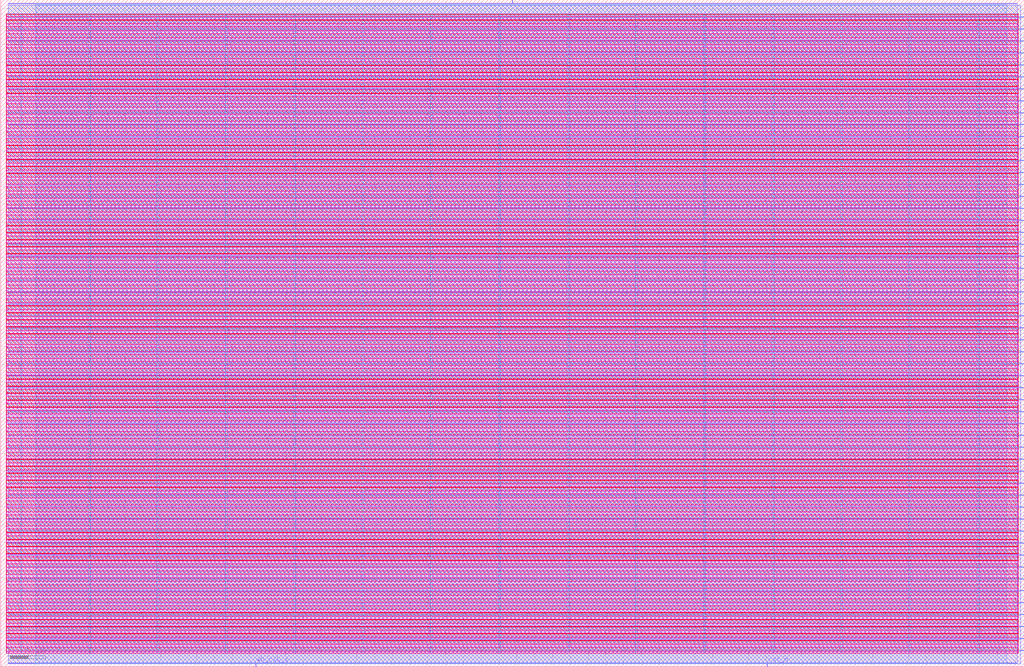
<source format=lef>
VERSION 5.7 ;
  NOWIREEXTENSIONATPIN ON ;
  DIVIDERCHAR "/" ;
  BUSBITCHARS "[]" ;
MACRO wrapped_sid
  CLASS BLOCK ;
  FOREIGN wrapped_sid ;
  ORIGIN 0.000 0.000 ;
  SIZE 1150.000 BY 750.000 ;
  PIN io_in[0]
    DIRECTION INPUT ;
    USE SIGNAL ;
    ANTENNAGATEAREA 1.102000 ;
    ANTENNADIFFAREA 0.410400 ;
    PORT
      LAYER Metal3 ;
        RECT 1146.000 17.920 1150.000 18.480 ;
    END
  END io_in[0]
  PIN io_in[10]
    DIRECTION INPUT ;
    USE SIGNAL ;
    ANTENNAGATEAREA 1.102000 ;
    ANTENNADIFFAREA 0.410400 ;
    PORT
      LAYER Metal3 ;
        RECT 1146.000 152.320 1150.000 152.880 ;
    END
  END io_in[10]
  PIN io_in[11]
    DIRECTION INPUT ;
    USE SIGNAL ;
    ANTENNAGATEAREA 1.102000 ;
    ANTENNADIFFAREA 0.410400 ;
    PORT
      LAYER Metal3 ;
        RECT 1146.000 165.760 1150.000 166.320 ;
    END
  END io_in[11]
  PIN io_in[12]
    DIRECTION INPUT ;
    USE SIGNAL ;
    ANTENNAGATEAREA 1.102000 ;
    ANTENNADIFFAREA 0.410400 ;
    PORT
      LAYER Metal3 ;
        RECT 1146.000 179.200 1150.000 179.760 ;
    END
  END io_in[12]
  PIN io_in[13]
    DIRECTION INPUT ;
    USE SIGNAL ;
    ANTENNAGATEAREA 2.204000 ;
    ANTENNADIFFAREA 0.410400 ;
    PORT
      LAYER Metal3 ;
        RECT 1146.000 192.640 1150.000 193.200 ;
    END
  END io_in[13]
  PIN io_in[14]
    DIRECTION INPUT ;
    USE SIGNAL ;
    ANTENNAGATEAREA 0.741000 ;
    ANTENNADIFFAREA 0.410400 ;
    PORT
      LAYER Metal3 ;
        RECT 1146.000 206.080 1150.000 206.640 ;
    END
  END io_in[14]
  PIN io_in[15]
    DIRECTION INPUT ;
    USE SIGNAL ;
    ANTENNAGATEAREA 0.741000 ;
    ANTENNADIFFAREA 0.410400 ;
    PORT
      LAYER Metal3 ;
        RECT 1146.000 219.520 1150.000 220.080 ;
    END
  END io_in[15]
  PIN io_in[16]
    DIRECTION INPUT ;
    USE SIGNAL ;
    ANTENNAGATEAREA 0.741000 ;
    ANTENNADIFFAREA 0.410400 ;
    PORT
      LAYER Metal3 ;
        RECT 1146.000 232.960 1150.000 233.520 ;
    END
  END io_in[16]
  PIN io_in[17]
    DIRECTION INPUT ;
    USE SIGNAL ;
    PORT
      LAYER Metal3 ;
        RECT 1146.000 246.400 1150.000 246.960 ;
    END
  END io_in[17]
  PIN io_in[18]
    DIRECTION INPUT ;
    USE SIGNAL ;
    PORT
      LAYER Metal3 ;
        RECT 1146.000 259.840 1150.000 260.400 ;
    END
  END io_in[18]
  PIN io_in[19]
    DIRECTION INPUT ;
    USE SIGNAL ;
    PORT
      LAYER Metal3 ;
        RECT 1146.000 273.280 1150.000 273.840 ;
    END
  END io_in[19]
  PIN io_in[1]
    DIRECTION INPUT ;
    USE SIGNAL ;
    ANTENNAGATEAREA 1.102000 ;
    ANTENNADIFFAREA 0.410400 ;
    PORT
      LAYER Metal3 ;
        RECT 1146.000 31.360 1150.000 31.920 ;
    END
  END io_in[1]
  PIN io_in[20]
    DIRECTION INPUT ;
    USE SIGNAL ;
    PORT
      LAYER Metal3 ;
        RECT 1146.000 286.720 1150.000 287.280 ;
    END
  END io_in[20]
  PIN io_in[21]
    DIRECTION INPUT ;
    USE SIGNAL ;
    PORT
      LAYER Metal3 ;
        RECT 1146.000 300.160 1150.000 300.720 ;
    END
  END io_in[21]
  PIN io_in[22]
    DIRECTION INPUT ;
    USE SIGNAL ;
    PORT
      LAYER Metal3 ;
        RECT 1146.000 313.600 1150.000 314.160 ;
    END
  END io_in[22]
  PIN io_in[23]
    DIRECTION INPUT ;
    USE SIGNAL ;
    PORT
      LAYER Metal3 ;
        RECT 1146.000 327.040 1150.000 327.600 ;
    END
  END io_in[23]
  PIN io_in[24]
    DIRECTION INPUT ;
    USE SIGNAL ;
    PORT
      LAYER Metal3 ;
        RECT 1146.000 340.480 1150.000 341.040 ;
    END
  END io_in[24]
  PIN io_in[25]
    DIRECTION INPUT ;
    USE SIGNAL ;
    PORT
      LAYER Metal3 ;
        RECT 1146.000 353.920 1150.000 354.480 ;
    END
  END io_in[25]
  PIN io_in[26]
    DIRECTION INPUT ;
    USE SIGNAL ;
    PORT
      LAYER Metal3 ;
        RECT 1146.000 367.360 1150.000 367.920 ;
    END
  END io_in[26]
  PIN io_in[27]
    DIRECTION INPUT ;
    USE SIGNAL ;
    PORT
      LAYER Metal3 ;
        RECT 1146.000 380.800 1150.000 381.360 ;
    END
  END io_in[27]
  PIN io_in[28]
    DIRECTION INPUT ;
    USE SIGNAL ;
    PORT
      LAYER Metal3 ;
        RECT 1146.000 394.240 1150.000 394.800 ;
    END
  END io_in[28]
  PIN io_in[29]
    DIRECTION INPUT ;
    USE SIGNAL ;
    PORT
      LAYER Metal3 ;
        RECT 1146.000 407.680 1150.000 408.240 ;
    END
  END io_in[29]
  PIN io_in[2]
    DIRECTION INPUT ;
    USE SIGNAL ;
    ANTENNAGATEAREA 1.102000 ;
    ANTENNADIFFAREA 0.410400 ;
    PORT
      LAYER Metal3 ;
        RECT 1146.000 44.800 1150.000 45.360 ;
    END
  END io_in[2]
  PIN io_in[30]
    DIRECTION INPUT ;
    USE SIGNAL ;
    PORT
      LAYER Metal3 ;
        RECT 1146.000 421.120 1150.000 421.680 ;
    END
  END io_in[30]
  PIN io_in[31]
    DIRECTION INPUT ;
    USE SIGNAL ;
    PORT
      LAYER Metal3 ;
        RECT 1146.000 434.560 1150.000 435.120 ;
    END
  END io_in[31]
  PIN io_in[32]
    DIRECTION INPUT ;
    USE SIGNAL ;
    PORT
      LAYER Metal3 ;
        RECT 1146.000 448.000 1150.000 448.560 ;
    END
  END io_in[32]
  PIN io_in[3]
    DIRECTION INPUT ;
    USE SIGNAL ;
    ANTENNAGATEAREA 1.102000 ;
    ANTENNADIFFAREA 0.410400 ;
    PORT
      LAYER Metal3 ;
        RECT 1146.000 58.240 1150.000 58.800 ;
    END
  END io_in[3]
  PIN io_in[4]
    DIRECTION INPUT ;
    USE SIGNAL ;
    ANTENNAGATEAREA 1.183000 ;
    ANTENNADIFFAREA 0.410400 ;
    PORT
      LAYER Metal3 ;
        RECT 1146.000 71.680 1150.000 72.240 ;
    END
  END io_in[4]
  PIN io_in[5]
    DIRECTION INPUT ;
    USE SIGNAL ;
    ANTENNAGATEAREA 1.183000 ;
    ANTENNADIFFAREA 0.410400 ;
    PORT
      LAYER Metal3 ;
        RECT 1146.000 85.120 1150.000 85.680 ;
    END
  END io_in[5]
  PIN io_in[6]
    DIRECTION INPUT ;
    USE SIGNAL ;
    ANTENNAGATEAREA 1.183000 ;
    ANTENNADIFFAREA 0.410400 ;
    PORT
      LAYER Metal3 ;
        RECT 1146.000 98.560 1150.000 99.120 ;
    END
  END io_in[6]
  PIN io_in[7]
    DIRECTION INPUT ;
    USE SIGNAL ;
    ANTENNAGATEAREA 1.183000 ;
    ANTENNADIFFAREA 0.410400 ;
    PORT
      LAYER Metal3 ;
        RECT 1146.000 112.000 1150.000 112.560 ;
    END
  END io_in[7]
  PIN io_in[8]
    DIRECTION INPUT ;
    USE SIGNAL ;
    ANTENNAGATEAREA 1.102000 ;
    ANTENNADIFFAREA 0.410400 ;
    PORT
      LAYER Metal3 ;
        RECT 1146.000 125.440 1150.000 126.000 ;
    END
  END io_in[8]
  PIN io_in[9]
    DIRECTION INPUT ;
    USE SIGNAL ;
    ANTENNAGATEAREA 1.102000 ;
    ANTENNADIFFAREA 0.410400 ;
    PORT
      LAYER Metal3 ;
        RECT 1146.000 138.880 1150.000 139.440 ;
    END
  END io_in[9]
  PIN io_oeb
    DIRECTION OUTPUT TRISTATE ;
    USE SIGNAL ;
    ANTENNADIFFAREA 4.731200 ;
    PORT
      LAYER Metal2 ;
        RECT 574.560 746.000 575.120 750.000 ;
    END
  END io_oeb
  PIN io_out[0]
    DIRECTION OUTPUT TRISTATE ;
    USE SIGNAL ;
    ANTENNADIFFAREA 4.731200 ;
    PORT
      LAYER Metal3 ;
        RECT 1146.000 461.440 1150.000 462.000 ;
    END
  END io_out[0]
  PIN io_out[10]
    DIRECTION OUTPUT TRISTATE ;
    USE SIGNAL ;
    ANTENNADIFFAREA 0.360800 ;
    PORT
      LAYER Metal3 ;
        RECT 1146.000 595.840 1150.000 596.400 ;
    END
  END io_out[10]
  PIN io_out[11]
    DIRECTION OUTPUT TRISTATE ;
    USE SIGNAL ;
    ANTENNADIFFAREA 0.360800 ;
    PORT
      LAYER Metal3 ;
        RECT 1146.000 609.280 1150.000 609.840 ;
    END
  END io_out[11]
  PIN io_out[12]
    DIRECTION OUTPUT TRISTATE ;
    USE SIGNAL ;
    ANTENNADIFFAREA 0.360800 ;
    PORT
      LAYER Metal3 ;
        RECT 1146.000 622.720 1150.000 623.280 ;
    END
  END io_out[12]
  PIN io_out[13]
    DIRECTION OUTPUT TRISTATE ;
    USE SIGNAL ;
    ANTENNADIFFAREA 0.360800 ;
    PORT
      LAYER Metal3 ;
        RECT 1146.000 636.160 1150.000 636.720 ;
    END
  END io_out[13]
  PIN io_out[14]
    DIRECTION OUTPUT TRISTATE ;
    USE SIGNAL ;
    ANTENNADIFFAREA 0.360800 ;
    PORT
      LAYER Metal3 ;
        RECT 1146.000 649.600 1150.000 650.160 ;
    END
  END io_out[14]
  PIN io_out[15]
    DIRECTION OUTPUT TRISTATE ;
    USE SIGNAL ;
    ANTENNADIFFAREA 0.360800 ;
    PORT
      LAYER Metal3 ;
        RECT 1146.000 663.040 1150.000 663.600 ;
    END
  END io_out[15]
  PIN io_out[16]
    DIRECTION OUTPUT TRISTATE ;
    USE SIGNAL ;
    ANTENNADIFFAREA 0.360800 ;
    PORT
      LAYER Metal3 ;
        RECT 1146.000 676.480 1150.000 677.040 ;
    END
  END io_out[16]
  PIN io_out[17]
    DIRECTION OUTPUT TRISTATE ;
    USE SIGNAL ;
    ANTENNADIFFAREA 4.731200 ;
    PORT
      LAYER Metal3 ;
        RECT 1146.000 689.920 1150.000 690.480 ;
    END
  END io_out[17]
  PIN io_out[18]
    DIRECTION OUTPUT TRISTATE ;
    USE SIGNAL ;
    ANTENNADIFFAREA 4.731200 ;
    PORT
      LAYER Metal3 ;
        RECT 1146.000 703.360 1150.000 703.920 ;
    END
  END io_out[18]
  PIN io_out[19]
    DIRECTION OUTPUT TRISTATE ;
    USE SIGNAL ;
    ANTENNADIFFAREA 4.731200 ;
    PORT
      LAYER Metal3 ;
        RECT 1146.000 716.800 1150.000 717.360 ;
    END
  END io_out[19]
  PIN io_out[1]
    DIRECTION OUTPUT TRISTATE ;
    USE SIGNAL ;
    ANTENNADIFFAREA 4.731200 ;
    PORT
      LAYER Metal3 ;
        RECT 1146.000 474.880 1150.000 475.440 ;
    END
  END io_out[1]
  PIN io_out[20]
    DIRECTION OUTPUT TRISTATE ;
    USE SIGNAL ;
    ANTENNADIFFAREA 4.731200 ;
    PORT
      LAYER Metal3 ;
        RECT 1146.000 730.240 1150.000 730.800 ;
    END
  END io_out[20]
  PIN io_out[2]
    DIRECTION OUTPUT TRISTATE ;
    USE SIGNAL ;
    ANTENNADIFFAREA 4.731200 ;
    PORT
      LAYER Metal3 ;
        RECT 1146.000 488.320 1150.000 488.880 ;
    END
  END io_out[2]
  PIN io_out[3]
    DIRECTION OUTPUT TRISTATE ;
    USE SIGNAL ;
    ANTENNADIFFAREA 4.731200 ;
    PORT
      LAYER Metal3 ;
        RECT 1146.000 501.760 1150.000 502.320 ;
    END
  END io_out[3]
  PIN io_out[4]
    DIRECTION OUTPUT TRISTATE ;
    USE SIGNAL ;
    ANTENNADIFFAREA 4.731200 ;
    PORT
      LAYER Metal3 ;
        RECT 1146.000 515.200 1150.000 515.760 ;
    END
  END io_out[4]
  PIN io_out[5]
    DIRECTION OUTPUT TRISTATE ;
    USE SIGNAL ;
    ANTENNADIFFAREA 4.731200 ;
    PORT
      LAYER Metal3 ;
        RECT 1146.000 528.640 1150.000 529.200 ;
    END
  END io_out[5]
  PIN io_out[6]
    DIRECTION OUTPUT TRISTATE ;
    USE SIGNAL ;
    ANTENNADIFFAREA 4.731200 ;
    PORT
      LAYER Metal3 ;
        RECT 1146.000 542.080 1150.000 542.640 ;
    END
  END io_out[6]
  PIN io_out[7]
    DIRECTION OUTPUT TRISTATE ;
    USE SIGNAL ;
    ANTENNADIFFAREA 4.731200 ;
    PORT
      LAYER Metal3 ;
        RECT 1146.000 555.520 1150.000 556.080 ;
    END
  END io_out[7]
  PIN io_out[8]
    DIRECTION OUTPUT TRISTATE ;
    USE SIGNAL ;
    ANTENNADIFFAREA 0.360800 ;
    PORT
      LAYER Metal3 ;
        RECT 1146.000 568.960 1150.000 569.520 ;
    END
  END io_out[8]
  PIN io_out[9]
    DIRECTION OUTPUT TRISTATE ;
    USE SIGNAL ;
    ANTENNADIFFAREA 0.360800 ;
    PORT
      LAYER Metal3 ;
        RECT 1146.000 582.400 1150.000 582.960 ;
    END
  END io_out[9]
  PIN rst_n
    DIRECTION INPUT ;
    USE SIGNAL ;
    ANTENNAGATEAREA 2.204000 ;
    ANTENNADIFFAREA 0.410400 ;
    PORT
      LAYER Metal2 ;
        RECT 861.280 0.000 861.840 4.000 ;
    END
  END rst_n
  PIN vdd
    DIRECTION INOUT ;
    USE POWER ;
    PORT
      LAYER Metal4 ;
        RECT 22.240 15.380 23.840 733.340 ;
    END
    PORT
      LAYER Metal4 ;
        RECT 175.840 15.380 177.440 733.340 ;
    END
    PORT
      LAYER Metal4 ;
        RECT 329.440 15.380 331.040 733.340 ;
    END
    PORT
      LAYER Metal4 ;
        RECT 483.040 15.380 484.640 733.340 ;
    END
    PORT
      LAYER Metal4 ;
        RECT 636.640 15.380 638.240 733.340 ;
    END
    PORT
      LAYER Metal4 ;
        RECT 790.240 15.380 791.840 733.340 ;
    END
    PORT
      LAYER Metal4 ;
        RECT 943.840 15.380 945.440 733.340 ;
    END
    PORT
      LAYER Metal4 ;
        RECT 1097.440 15.380 1099.040 733.340 ;
    END
  END vdd
  PIN vss
    DIRECTION INOUT ;
    USE GROUND ;
    PORT
      LAYER Metal4 ;
        RECT 99.040 15.380 100.640 733.340 ;
    END
    PORT
      LAYER Metal4 ;
        RECT 252.640 15.380 254.240 733.340 ;
    END
    PORT
      LAYER Metal4 ;
        RECT 406.240 15.380 407.840 733.340 ;
    END
    PORT
      LAYER Metal4 ;
        RECT 559.840 15.380 561.440 733.340 ;
    END
    PORT
      LAYER Metal4 ;
        RECT 713.440 15.380 715.040 733.340 ;
    END
    PORT
      LAYER Metal4 ;
        RECT 867.040 15.380 868.640 733.340 ;
    END
    PORT
      LAYER Metal4 ;
        RECT 1020.640 15.380 1022.240 733.340 ;
    END
  END vss
  PIN wb_clk_i
    DIRECTION INPUT ;
    USE SIGNAL ;
    ANTENNAGATEAREA 4.738000 ;
    ANTENNADIFFAREA 0.410400 ;
    PORT
      LAYER Metal2 ;
        RECT 286.720 0.000 287.280 4.000 ;
    END
  END wb_clk_i
  OBS
      LAYER Nwell ;
        RECT 6.290 730.880 1143.390 733.470 ;
      LAYER Pwell ;
        RECT 6.290 727.360 1143.390 730.880 ;
      LAYER Nwell ;
        RECT 6.290 727.235 99.550 727.360 ;
        RECT 6.290 723.165 1143.390 727.235 ;
        RECT 6.290 723.040 88.630 723.165 ;
      LAYER Pwell ;
        RECT 6.290 719.520 1143.390 723.040 ;
      LAYER Nwell ;
        RECT 6.290 719.395 151.630 719.520 ;
        RECT 6.290 715.325 1143.390 719.395 ;
        RECT 6.290 715.200 132.030 715.325 ;
      LAYER Pwell ;
        RECT 6.290 711.680 1143.390 715.200 ;
      LAYER Nwell ;
        RECT 6.290 711.555 62.585 711.680 ;
        RECT 6.290 707.485 1143.390 711.555 ;
        RECT 6.290 707.360 148.355 707.485 ;
      LAYER Pwell ;
        RECT 6.290 703.840 1143.390 707.360 ;
      LAYER Nwell ;
        RECT 6.290 703.715 57.830 703.840 ;
        RECT 6.290 699.645 1143.390 703.715 ;
        RECT 6.290 699.520 134.315 699.645 ;
      LAYER Pwell ;
        RECT 6.290 696.000 1143.390 699.520 ;
      LAYER Nwell ;
        RECT 6.290 695.875 69.870 696.000 ;
        RECT 6.290 691.805 1143.390 695.875 ;
        RECT 6.290 691.680 49.710 691.805 ;
      LAYER Pwell ;
        RECT 6.290 688.160 1143.390 691.680 ;
      LAYER Nwell ;
        RECT 6.290 688.035 283.790 688.160 ;
        RECT 6.290 683.965 1143.390 688.035 ;
        RECT 6.290 683.840 43.270 683.965 ;
      LAYER Pwell ;
        RECT 6.290 680.320 1143.390 683.840 ;
      LAYER Nwell ;
        RECT 6.290 680.195 126.990 680.320 ;
        RECT 6.290 676.125 1143.390 680.195 ;
        RECT 6.290 676.000 156.110 676.125 ;
      LAYER Pwell ;
        RECT 6.290 672.480 1143.390 676.000 ;
      LAYER Nwell ;
        RECT 6.290 672.355 48.590 672.480 ;
        RECT 6.290 668.285 1143.390 672.355 ;
        RECT 6.290 668.160 364.005 668.285 ;
      LAYER Pwell ;
        RECT 6.290 664.640 1143.390 668.160 ;
      LAYER Nwell ;
        RECT 6.290 664.515 205.435 664.640 ;
        RECT 6.290 660.445 1143.390 664.515 ;
        RECT 6.290 660.320 37.435 660.445 ;
      LAYER Pwell ;
        RECT 6.290 656.800 1143.390 660.320 ;
      LAYER Nwell ;
        RECT 6.290 656.675 48.635 656.800 ;
        RECT 6.290 652.605 1143.390 656.675 ;
        RECT 6.290 652.480 79.390 652.605 ;
      LAYER Pwell ;
        RECT 6.290 648.960 1143.390 652.480 ;
      LAYER Nwell ;
        RECT 6.290 648.835 60.910 648.960 ;
        RECT 6.290 644.765 1143.390 648.835 ;
        RECT 6.290 644.640 53.130 644.765 ;
      LAYER Pwell ;
        RECT 6.290 641.120 1143.390 644.640 ;
      LAYER Nwell ;
        RECT 6.290 640.995 48.590 641.120 ;
        RECT 6.290 636.925 1143.390 640.995 ;
        RECT 6.290 636.800 179.795 636.925 ;
      LAYER Pwell ;
        RECT 6.290 633.280 1143.390 636.800 ;
      LAYER Nwell ;
        RECT 6.290 633.155 62.310 633.280 ;
        RECT 6.290 629.085 1143.390 633.155 ;
        RECT 6.290 628.960 37.390 629.085 ;
      LAYER Pwell ;
        RECT 6.290 625.440 1143.390 628.960 ;
      LAYER Nwell ;
        RECT 6.290 625.315 56.430 625.440 ;
        RECT 6.290 621.245 1143.390 625.315 ;
        RECT 6.290 621.120 47.470 621.245 ;
      LAYER Pwell ;
        RECT 6.290 617.600 1143.390 621.120 ;
      LAYER Nwell ;
        RECT 6.290 617.475 182.710 617.600 ;
        RECT 6.290 613.405 1143.390 617.475 ;
        RECT 6.290 613.280 56.990 613.405 ;
      LAYER Pwell ;
        RECT 6.290 609.760 1143.390 613.280 ;
      LAYER Nwell ;
        RECT 6.290 609.635 40.810 609.760 ;
        RECT 6.290 605.565 1143.390 609.635 ;
        RECT 6.290 605.440 39.070 605.565 ;
      LAYER Pwell ;
        RECT 6.290 601.920 1143.390 605.440 ;
      LAYER Nwell ;
        RECT 6.290 601.795 87.790 601.920 ;
        RECT 6.290 597.725 1143.390 601.795 ;
        RECT 6.290 597.600 39.910 597.725 ;
      LAYER Pwell ;
        RECT 6.290 594.080 1143.390 597.600 ;
      LAYER Nwell ;
        RECT 6.290 593.955 50.875 594.080 ;
        RECT 6.290 589.885 1143.390 593.955 ;
        RECT 6.290 589.760 109.070 589.885 ;
      LAYER Pwell ;
        RECT 6.290 586.240 1143.390 589.760 ;
      LAYER Nwell ;
        RECT 6.290 586.115 77.150 586.240 ;
        RECT 6.290 582.045 1143.390 586.115 ;
        RECT 6.290 581.920 123.630 582.045 ;
      LAYER Pwell ;
        RECT 6.290 578.400 1143.390 581.920 ;
      LAYER Nwell ;
        RECT 6.290 578.275 92.875 578.400 ;
        RECT 6.290 574.205 1143.390 578.275 ;
        RECT 6.290 574.080 77.710 574.205 ;
      LAYER Pwell ;
        RECT 6.290 570.560 1143.390 574.080 ;
      LAYER Nwell ;
        RECT 6.290 570.435 69.590 570.560 ;
        RECT 6.290 566.365 1143.390 570.435 ;
        RECT 6.290 566.240 114.670 566.365 ;
      LAYER Pwell ;
        RECT 6.290 562.720 1143.390 566.240 ;
      LAYER Nwell ;
        RECT 6.290 562.595 41.030 562.720 ;
        RECT 6.290 558.525 1143.390 562.595 ;
        RECT 6.290 558.400 73.875 558.525 ;
      LAYER Pwell ;
        RECT 6.290 554.880 1143.390 558.400 ;
      LAYER Nwell ;
        RECT 6.290 554.755 49.760 554.880 ;
        RECT 6.290 550.685 1143.390 554.755 ;
        RECT 6.290 550.560 110.540 550.685 ;
      LAYER Pwell ;
        RECT 6.290 547.040 1143.390 550.560 ;
      LAYER Nwell ;
        RECT 6.290 546.915 219.110 547.040 ;
        RECT 6.290 542.845 1143.390 546.915 ;
        RECT 6.290 542.720 90.545 542.845 ;
      LAYER Pwell ;
        RECT 6.290 539.200 1143.390 542.720 ;
      LAYER Nwell ;
        RECT 6.290 539.075 32.305 539.200 ;
        RECT 6.290 535.005 1143.390 539.075 ;
        RECT 6.290 534.880 49.665 535.005 ;
      LAYER Pwell ;
        RECT 6.290 531.360 1143.390 534.880 ;
      LAYER Nwell ;
        RECT 6.290 531.235 17.185 531.360 ;
        RECT 6.290 527.165 1143.390 531.235 ;
        RECT 6.290 527.040 120.785 527.165 ;
      LAYER Pwell ;
        RECT 6.290 523.520 1143.390 527.040 ;
      LAYER Nwell ;
        RECT 6.290 523.395 12.705 523.520 ;
        RECT 6.290 519.325 1143.390 523.395 ;
        RECT 6.290 519.200 172.630 519.325 ;
      LAYER Pwell ;
        RECT 6.290 515.680 1143.390 519.200 ;
      LAYER Nwell ;
        RECT 6.290 515.555 13.825 515.680 ;
        RECT 6.290 511.485 1143.390 515.555 ;
        RECT 6.290 511.360 49.865 511.485 ;
      LAYER Pwell ;
        RECT 6.290 507.840 1143.390 511.360 ;
      LAYER Nwell ;
        RECT 6.290 507.715 50.305 507.840 ;
        RECT 6.290 503.645 1143.390 507.715 ;
        RECT 6.290 503.520 12.705 503.645 ;
      LAYER Pwell ;
        RECT 6.290 500.000 1143.390 503.520 ;
      LAYER Nwell ;
        RECT 6.290 499.875 36.830 500.000 ;
        RECT 6.290 495.805 1143.390 499.875 ;
        RECT 6.290 495.680 161.665 495.805 ;
      LAYER Pwell ;
        RECT 6.290 492.160 1143.390 495.680 ;
      LAYER Nwell ;
        RECT 6.290 492.035 102.700 492.160 ;
        RECT 6.290 487.965 1143.390 492.035 ;
        RECT 6.290 487.840 51.390 487.965 ;
      LAYER Pwell ;
        RECT 6.290 484.320 1143.390 487.840 ;
      LAYER Nwell ;
        RECT 6.290 484.195 48.635 484.320 ;
        RECT 6.290 480.125 1143.390 484.195 ;
        RECT 6.290 480.000 34.180 480.125 ;
      LAYER Pwell ;
        RECT 6.290 476.480 1143.390 480.000 ;
      LAYER Nwell ;
        RECT 6.290 476.355 12.705 476.480 ;
        RECT 6.290 472.285 1143.390 476.355 ;
        RECT 6.290 472.160 91.260 472.285 ;
      LAYER Pwell ;
        RECT 6.290 468.640 1143.390 472.160 ;
      LAYER Nwell ;
        RECT 6.290 468.515 101.900 468.640 ;
        RECT 6.290 464.445 1143.390 468.515 ;
        RECT 6.290 464.320 160.545 464.445 ;
      LAYER Pwell ;
        RECT 6.290 460.800 1143.390 464.320 ;
      LAYER Nwell ;
        RECT 6.290 460.675 12.705 460.800 ;
        RECT 6.290 456.605 1143.390 460.675 ;
        RECT 6.290 456.480 236.705 456.605 ;
      LAYER Pwell ;
        RECT 6.290 452.960 1143.390 456.480 ;
      LAYER Nwell ;
        RECT 6.290 452.835 138.705 452.960 ;
        RECT 6.290 448.765 1143.390 452.835 ;
        RECT 6.290 448.640 161.665 448.765 ;
      LAYER Pwell ;
        RECT 6.290 445.120 1143.390 448.640 ;
      LAYER Nwell ;
        RECT 6.290 444.995 230.545 445.120 ;
        RECT 6.290 440.925 1143.390 444.995 ;
        RECT 6.290 440.800 83.865 440.925 ;
      LAYER Pwell ;
        RECT 6.290 437.280 1143.390 440.800 ;
      LAYER Nwell ;
        RECT 6.290 437.155 12.705 437.280 ;
        RECT 6.290 433.085 1143.390 437.155 ;
        RECT 6.290 432.960 83.405 433.085 ;
      LAYER Pwell ;
        RECT 6.290 429.440 1143.390 432.960 ;
      LAYER Nwell ;
        RECT 6.290 429.315 13.825 429.440 ;
        RECT 6.290 425.245 1143.390 429.315 ;
        RECT 6.290 425.120 559.825 425.245 ;
      LAYER Pwell ;
        RECT 6.290 421.600 1143.390 425.120 ;
      LAYER Nwell ;
        RECT 6.290 421.475 99.830 421.600 ;
        RECT 6.290 417.405 1143.390 421.475 ;
        RECT 6.290 417.280 12.705 417.405 ;
      LAYER Pwell ;
        RECT 6.290 413.760 1143.390 417.280 ;
      LAYER Nwell ;
        RECT 6.290 413.635 87.835 413.760 ;
        RECT 6.290 409.565 1143.390 413.635 ;
        RECT 6.290 409.440 146.610 409.565 ;
      LAYER Pwell ;
        RECT 6.290 405.920 1143.390 409.440 ;
      LAYER Nwell ;
        RECT 6.290 405.795 89.505 405.920 ;
        RECT 6.290 401.725 1143.390 405.795 ;
        RECT 6.290 401.600 193.025 401.725 ;
      LAYER Pwell ;
        RECT 6.290 398.080 1143.390 401.600 ;
      LAYER Nwell ;
        RECT 6.290 397.955 96.360 398.080 ;
        RECT 6.290 393.885 1143.390 397.955 ;
        RECT 6.290 393.760 59.400 393.885 ;
      LAYER Pwell ;
        RECT 6.290 390.240 1143.390 393.760 ;
      LAYER Nwell ;
        RECT 6.290 390.115 73.745 390.240 ;
        RECT 6.290 386.045 1143.390 390.115 ;
        RECT 6.290 385.920 120.785 386.045 ;
      LAYER Pwell ;
        RECT 6.290 382.400 1143.390 385.920 ;
      LAYER Nwell ;
        RECT 6.290 382.275 101.275 382.400 ;
        RECT 6.290 378.205 1143.390 382.275 ;
        RECT 6.290 378.080 91.150 378.205 ;
      LAYER Pwell ;
        RECT 6.290 374.560 1143.390 378.080 ;
      LAYER Nwell ;
        RECT 6.290 374.435 62.030 374.560 ;
        RECT 6.290 370.365 1143.390 374.435 ;
        RECT 6.290 370.240 46.385 370.365 ;
      LAYER Pwell ;
        RECT 6.290 366.720 1143.390 370.240 ;
      LAYER Nwell ;
        RECT 6.290 366.595 16.715 366.720 ;
        RECT 6.290 362.525 1143.390 366.595 ;
        RECT 6.290 362.400 20.875 362.525 ;
      LAYER Pwell ;
        RECT 6.290 358.880 1143.390 362.400 ;
      LAYER Nwell ;
        RECT 6.290 358.755 97.590 358.880 ;
        RECT 6.290 354.685 1143.390 358.755 ;
        RECT 6.290 354.560 30.670 354.685 ;
      LAYER Pwell ;
        RECT 6.290 351.040 1143.390 354.560 ;
      LAYER Nwell ;
        RECT 6.290 350.915 49.710 351.040 ;
        RECT 6.290 346.845 1143.390 350.915 ;
        RECT 6.290 346.720 45.810 346.845 ;
      LAYER Pwell ;
        RECT 6.290 343.200 1143.390 346.720 ;
      LAYER Nwell ;
        RECT 6.290 343.075 68.470 343.200 ;
        RECT 6.290 339.005 1143.390 343.075 ;
        RECT 6.290 338.880 36.270 339.005 ;
      LAYER Pwell ;
        RECT 6.290 335.360 1143.390 338.880 ;
      LAYER Nwell ;
        RECT 6.290 335.235 16.715 335.360 ;
        RECT 6.290 331.165 1143.390 335.235 ;
        RECT 6.290 331.040 48.590 331.165 ;
      LAYER Pwell ;
        RECT 6.290 327.520 1143.390 331.040 ;
      LAYER Nwell ;
        RECT 6.290 327.395 13.030 327.520 ;
        RECT 6.290 323.325 1143.390 327.395 ;
        RECT 6.290 323.200 49.710 323.325 ;
      LAYER Pwell ;
        RECT 6.290 319.680 1143.390 323.200 ;
      LAYER Nwell ;
        RECT 6.290 319.555 69.590 319.680 ;
        RECT 6.290 315.485 1143.390 319.555 ;
        RECT 6.290 315.360 35.150 315.485 ;
      LAYER Pwell ;
        RECT 6.290 311.840 1143.390 315.360 ;
      LAYER Nwell ;
        RECT 6.290 311.715 25.070 311.840 ;
        RECT 6.290 307.645 1143.390 311.715 ;
        RECT 6.290 307.520 272.085 307.645 ;
      LAYER Pwell ;
        RECT 6.290 304.000 1143.390 307.520 ;
      LAYER Nwell ;
        RECT 6.290 303.875 87.835 304.000 ;
        RECT 6.290 299.805 1143.390 303.875 ;
        RECT 6.290 299.680 9.440 299.805 ;
      LAYER Pwell ;
        RECT 6.290 296.160 1143.390 299.680 ;
      LAYER Nwell ;
        RECT 6.290 296.035 133.795 296.160 ;
        RECT 6.290 291.965 1143.390 296.035 ;
        RECT 6.290 291.840 16.950 291.965 ;
      LAYER Pwell ;
        RECT 6.290 288.320 1143.390 291.840 ;
      LAYER Nwell ;
        RECT 6.290 288.195 89.580 288.320 ;
        RECT 6.290 284.125 1143.390 288.195 ;
        RECT 6.290 284.000 13.310 284.125 ;
      LAYER Pwell ;
        RECT 6.290 280.480 1143.390 284.000 ;
      LAYER Nwell ;
        RECT 6.290 280.355 100.780 280.480 ;
        RECT 6.290 276.285 1143.390 280.355 ;
        RECT 6.290 276.160 21.210 276.285 ;
      LAYER Pwell ;
        RECT 6.290 272.640 1143.390 276.160 ;
      LAYER Nwell ;
        RECT 6.290 272.515 79.390 272.640 ;
        RECT 6.290 268.445 1143.390 272.515 ;
        RECT 6.290 268.320 68.190 268.445 ;
      LAYER Pwell ;
        RECT 6.290 264.800 1143.390 268.320 ;
      LAYER Nwell ;
        RECT 6.290 264.675 91.260 264.800 ;
        RECT 6.290 260.605 1143.390 264.675 ;
        RECT 6.290 260.480 91.430 260.605 ;
      LAYER Pwell ;
        RECT 6.290 256.960 1143.390 260.480 ;
      LAYER Nwell ;
        RECT 6.290 256.835 140.385 256.960 ;
        RECT 6.290 252.765 1143.390 256.835 ;
        RECT 6.290 252.640 13.590 252.765 ;
      LAYER Pwell ;
        RECT 6.290 249.120 1143.390 252.640 ;
      LAYER Nwell ;
        RECT 6.290 248.995 17.835 249.120 ;
        RECT 6.290 244.925 1143.390 248.995 ;
        RECT 6.290 244.800 124.885 244.925 ;
      LAYER Pwell ;
        RECT 6.290 241.280 1143.390 244.800 ;
      LAYER Nwell ;
        RECT 6.290 241.155 50.305 241.280 ;
        RECT 6.290 237.085 1143.390 241.155 ;
        RECT 6.290 236.960 403.800 237.085 ;
      LAYER Pwell ;
        RECT 6.290 233.440 1143.390 236.960 ;
      LAYER Nwell ;
        RECT 6.290 233.315 31.275 233.440 ;
        RECT 6.290 229.245 1143.390 233.315 ;
        RECT 6.290 229.120 19.080 229.245 ;
      LAYER Pwell ;
        RECT 6.290 225.600 1143.390 229.120 ;
      LAYER Nwell ;
        RECT 6.290 225.475 33.425 225.600 ;
        RECT 6.290 221.405 1143.390 225.475 ;
        RECT 6.290 221.280 77.105 221.405 ;
      LAYER Pwell ;
        RECT 6.290 217.760 1143.390 221.280 ;
      LAYER Nwell ;
        RECT 6.290 217.635 17.960 217.760 ;
        RECT 6.290 213.565 1143.390 217.635 ;
        RECT 6.290 213.440 71.650 213.565 ;
      LAYER Pwell ;
        RECT 6.290 209.920 1143.390 213.440 ;
      LAYER Nwell ;
        RECT 6.290 209.795 53.735 209.920 ;
        RECT 6.290 205.725 1143.390 209.795 ;
        RECT 6.290 205.600 14.945 205.725 ;
      LAYER Pwell ;
        RECT 6.290 202.080 1143.390 205.600 ;
      LAYER Nwell ;
        RECT 6.290 201.955 23.345 202.080 ;
        RECT 6.290 197.885 1143.390 201.955 ;
        RECT 6.290 197.760 110.705 197.885 ;
      LAYER Pwell ;
        RECT 6.290 194.240 1143.390 197.760 ;
      LAYER Nwell ;
        RECT 6.290 194.115 12.705 194.240 ;
        RECT 6.290 190.045 1143.390 194.115 ;
        RECT 6.290 189.920 43.505 190.045 ;
      LAYER Pwell ;
        RECT 6.290 186.400 1143.390 189.920 ;
      LAYER Nwell ;
        RECT 6.290 186.275 12.705 186.400 ;
        RECT 6.290 182.205 1143.390 186.275 ;
        RECT 6.290 182.080 32.305 182.205 ;
      LAYER Pwell ;
        RECT 6.290 178.560 1143.390 182.080 ;
      LAYER Nwell ;
        RECT 6.290 178.435 34.545 178.560 ;
        RECT 6.290 174.365 1143.390 178.435 ;
        RECT 6.290 174.240 12.705 174.365 ;
      LAYER Pwell ;
        RECT 6.290 170.720 1143.390 174.240 ;
      LAYER Nwell ;
        RECT 6.290 170.595 65.560 170.720 ;
        RECT 6.290 166.525 1143.390 170.595 ;
        RECT 6.290 166.400 39.585 166.525 ;
      LAYER Pwell ;
        RECT 6.290 162.880 1143.390 166.400 ;
      LAYER Nwell ;
        RECT 6.290 162.755 12.705 162.880 ;
        RECT 6.290 158.685 1143.390 162.755 ;
        RECT 6.290 158.560 53.205 158.685 ;
      LAYER Pwell ;
        RECT 6.290 155.040 1143.390 158.560 ;
      LAYER Nwell ;
        RECT 6.290 154.915 33.425 155.040 ;
        RECT 6.290 150.845 1143.390 154.915 ;
        RECT 6.290 150.720 13.265 150.845 ;
      LAYER Pwell ;
        RECT 6.290 147.200 1143.390 150.720 ;
      LAYER Nwell ;
        RECT 6.290 147.075 61.985 147.200 ;
        RECT 6.290 143.005 1143.390 147.075 ;
        RECT 6.290 142.880 14.385 143.005 ;
      LAYER Pwell ;
        RECT 6.290 139.360 1143.390 142.880 ;
      LAYER Nwell ;
        RECT 6.290 139.235 56.580 139.360 ;
        RECT 6.290 135.165 1143.390 139.235 ;
        RECT 6.290 135.040 45.745 135.165 ;
      LAYER Pwell ;
        RECT 6.290 131.520 1143.390 135.040 ;
      LAYER Nwell ;
        RECT 6.290 131.395 28.385 131.520 ;
        RECT 6.290 127.325 1143.390 131.395 ;
        RECT 6.290 127.200 13.825 127.325 ;
      LAYER Pwell ;
        RECT 6.290 123.680 1143.390 127.200 ;
      LAYER Nwell ;
        RECT 6.290 123.555 34.695 123.680 ;
        RECT 6.290 119.485 1143.390 123.555 ;
        RECT 6.290 119.360 13.265 119.485 ;
      LAYER Pwell ;
        RECT 6.290 115.840 1143.390 119.360 ;
      LAYER Nwell ;
        RECT 6.290 115.715 32.865 115.840 ;
        RECT 6.290 111.645 1143.390 115.715 ;
        RECT 6.290 111.520 14.385 111.645 ;
      LAYER Pwell ;
        RECT 6.290 108.000 1143.390 111.520 ;
      LAYER Nwell ;
        RECT 6.290 107.875 110.705 108.000 ;
        RECT 6.290 103.805 1143.390 107.875 ;
        RECT 6.290 103.680 71.505 103.805 ;
      LAYER Pwell ;
        RECT 6.290 100.160 1143.390 103.680 ;
      LAYER Nwell ;
        RECT 6.290 100.035 13.265 100.160 ;
        RECT 6.290 95.965 1143.390 100.035 ;
        RECT 6.290 95.840 54.235 95.965 ;
      LAYER Pwell ;
        RECT 6.290 92.320 1143.390 95.840 ;
      LAYER Nwell ;
        RECT 6.290 92.195 73.745 92.320 ;
        RECT 6.290 88.125 1143.390 92.195 ;
        RECT 6.290 88.000 12.705 88.125 ;
      LAYER Pwell ;
        RECT 6.290 84.480 1143.390 88.000 ;
      LAYER Nwell ;
        RECT 6.290 84.355 26.145 84.480 ;
        RECT 6.290 80.285 1143.390 84.355 ;
        RECT 6.290 80.160 50.885 80.285 ;
      LAYER Pwell ;
        RECT 6.290 76.640 1143.390 80.160 ;
      LAYER Nwell ;
        RECT 6.290 76.515 26.705 76.640 ;
        RECT 6.290 72.445 1143.390 76.515 ;
        RECT 6.290 72.320 12.705 72.445 ;
      LAYER Pwell ;
        RECT 6.290 68.800 1143.390 72.320 ;
      LAYER Nwell ;
        RECT 6.290 68.675 178.565 68.800 ;
        RECT 6.290 64.605 1143.390 68.675 ;
        RECT 6.290 64.480 83.825 64.605 ;
      LAYER Pwell ;
        RECT 6.290 60.960 1143.390 64.480 ;
      LAYER Nwell ;
        RECT 6.290 60.835 20.545 60.960 ;
        RECT 6.290 56.765 1143.390 60.835 ;
        RECT 6.290 56.640 12.705 56.765 ;
      LAYER Pwell ;
        RECT 6.290 53.120 1143.390 56.640 ;
      LAYER Nwell ;
        RECT 6.290 52.995 18.305 53.120 ;
        RECT 6.290 48.925 1143.390 52.995 ;
        RECT 6.290 48.800 89.525 48.925 ;
      LAYER Pwell ;
        RECT 6.290 45.280 1143.390 48.800 ;
      LAYER Nwell ;
        RECT 6.290 45.155 30.065 45.280 ;
        RECT 6.290 41.085 1143.390 45.155 ;
        RECT 6.290 40.960 81.125 41.085 ;
      LAYER Pwell ;
        RECT 6.290 37.440 1143.390 40.960 ;
      LAYER Nwell ;
        RECT 6.290 37.315 134.225 37.440 ;
        RECT 6.290 33.245 1143.390 37.315 ;
        RECT 6.290 33.120 37.905 33.245 ;
      LAYER Pwell ;
        RECT 6.290 29.600 1143.390 33.120 ;
      LAYER Nwell ;
        RECT 6.290 29.475 68.145 29.600 ;
        RECT 6.290 25.405 1143.390 29.475 ;
        RECT 6.290 25.280 78.785 25.405 ;
      LAYER Pwell ;
        RECT 6.290 21.760 1143.390 25.280 ;
      LAYER Nwell ;
        RECT 6.290 21.635 58.625 21.760 ;
        RECT 6.290 17.565 1143.390 21.635 ;
        RECT 6.290 17.440 299.985 17.565 ;
      LAYER Pwell ;
        RECT 6.290 15.250 1143.390 17.440 ;
      LAYER Metal1 ;
        RECT 6.720 15.380 1142.960 734.010 ;
      LAYER Metal2 ;
        RECT 8.540 745.700 574.260 746.000 ;
        RECT 575.420 745.700 1142.260 746.000 ;
        RECT 8.540 4.300 1142.260 745.700 ;
        RECT 8.540 4.000 286.420 4.300 ;
        RECT 287.580 4.000 860.980 4.300 ;
        RECT 862.140 4.000 1142.260 4.300 ;
      LAYER Metal3 ;
        RECT 8.490 731.100 1146.000 744.100 ;
        RECT 8.490 729.940 1145.700 731.100 ;
        RECT 8.490 717.660 1146.000 729.940 ;
        RECT 8.490 716.500 1145.700 717.660 ;
        RECT 8.490 704.220 1146.000 716.500 ;
        RECT 8.490 703.060 1145.700 704.220 ;
        RECT 8.490 690.780 1146.000 703.060 ;
        RECT 8.490 689.620 1145.700 690.780 ;
        RECT 8.490 677.340 1146.000 689.620 ;
        RECT 8.490 676.180 1145.700 677.340 ;
        RECT 8.490 663.900 1146.000 676.180 ;
        RECT 8.490 662.740 1145.700 663.900 ;
        RECT 8.490 650.460 1146.000 662.740 ;
        RECT 8.490 649.300 1145.700 650.460 ;
        RECT 8.490 637.020 1146.000 649.300 ;
        RECT 8.490 635.860 1145.700 637.020 ;
        RECT 8.490 623.580 1146.000 635.860 ;
        RECT 8.490 622.420 1145.700 623.580 ;
        RECT 8.490 610.140 1146.000 622.420 ;
        RECT 8.490 608.980 1145.700 610.140 ;
        RECT 8.490 596.700 1146.000 608.980 ;
        RECT 8.490 595.540 1145.700 596.700 ;
        RECT 8.490 583.260 1146.000 595.540 ;
        RECT 8.490 582.100 1145.700 583.260 ;
        RECT 8.490 569.820 1146.000 582.100 ;
        RECT 8.490 568.660 1145.700 569.820 ;
        RECT 8.490 556.380 1146.000 568.660 ;
        RECT 8.490 555.220 1145.700 556.380 ;
        RECT 8.490 542.940 1146.000 555.220 ;
        RECT 8.490 541.780 1145.700 542.940 ;
        RECT 8.490 529.500 1146.000 541.780 ;
        RECT 8.490 528.340 1145.700 529.500 ;
        RECT 8.490 516.060 1146.000 528.340 ;
        RECT 8.490 514.900 1145.700 516.060 ;
        RECT 8.490 502.620 1146.000 514.900 ;
        RECT 8.490 501.460 1145.700 502.620 ;
        RECT 8.490 489.180 1146.000 501.460 ;
        RECT 8.490 488.020 1145.700 489.180 ;
        RECT 8.490 475.740 1146.000 488.020 ;
        RECT 8.490 474.580 1145.700 475.740 ;
        RECT 8.490 462.300 1146.000 474.580 ;
        RECT 8.490 461.140 1145.700 462.300 ;
        RECT 8.490 448.860 1146.000 461.140 ;
        RECT 8.490 447.700 1145.700 448.860 ;
        RECT 8.490 435.420 1146.000 447.700 ;
        RECT 8.490 434.260 1145.700 435.420 ;
        RECT 8.490 421.980 1146.000 434.260 ;
        RECT 8.490 420.820 1145.700 421.980 ;
        RECT 8.490 408.540 1146.000 420.820 ;
        RECT 8.490 407.380 1145.700 408.540 ;
        RECT 8.490 395.100 1146.000 407.380 ;
        RECT 8.490 393.940 1145.700 395.100 ;
        RECT 8.490 381.660 1146.000 393.940 ;
        RECT 8.490 380.500 1145.700 381.660 ;
        RECT 8.490 368.220 1146.000 380.500 ;
        RECT 8.490 367.060 1145.700 368.220 ;
        RECT 8.490 354.780 1146.000 367.060 ;
        RECT 8.490 353.620 1145.700 354.780 ;
        RECT 8.490 341.340 1146.000 353.620 ;
        RECT 8.490 340.180 1145.700 341.340 ;
        RECT 8.490 327.900 1146.000 340.180 ;
        RECT 8.490 326.740 1145.700 327.900 ;
        RECT 8.490 314.460 1146.000 326.740 ;
        RECT 8.490 313.300 1145.700 314.460 ;
        RECT 8.490 301.020 1146.000 313.300 ;
        RECT 8.490 299.860 1145.700 301.020 ;
        RECT 8.490 287.580 1146.000 299.860 ;
        RECT 8.490 286.420 1145.700 287.580 ;
        RECT 8.490 274.140 1146.000 286.420 ;
        RECT 8.490 272.980 1145.700 274.140 ;
        RECT 8.490 260.700 1146.000 272.980 ;
        RECT 8.490 259.540 1145.700 260.700 ;
        RECT 8.490 247.260 1146.000 259.540 ;
        RECT 8.490 246.100 1145.700 247.260 ;
        RECT 8.490 233.820 1146.000 246.100 ;
        RECT 8.490 232.660 1145.700 233.820 ;
        RECT 8.490 220.380 1146.000 232.660 ;
        RECT 8.490 219.220 1145.700 220.380 ;
        RECT 8.490 206.940 1146.000 219.220 ;
        RECT 8.490 205.780 1145.700 206.940 ;
        RECT 8.490 193.500 1146.000 205.780 ;
        RECT 8.490 192.340 1145.700 193.500 ;
        RECT 8.490 180.060 1146.000 192.340 ;
        RECT 8.490 178.900 1145.700 180.060 ;
        RECT 8.490 166.620 1146.000 178.900 ;
        RECT 8.490 165.460 1145.700 166.620 ;
        RECT 8.490 153.180 1146.000 165.460 ;
        RECT 8.490 152.020 1145.700 153.180 ;
        RECT 8.490 139.740 1146.000 152.020 ;
        RECT 8.490 138.580 1145.700 139.740 ;
        RECT 8.490 126.300 1146.000 138.580 ;
        RECT 8.490 125.140 1145.700 126.300 ;
        RECT 8.490 112.860 1146.000 125.140 ;
        RECT 8.490 111.700 1145.700 112.860 ;
        RECT 8.490 99.420 1146.000 111.700 ;
        RECT 8.490 98.260 1145.700 99.420 ;
        RECT 8.490 85.980 1146.000 98.260 ;
        RECT 8.490 84.820 1145.700 85.980 ;
        RECT 8.490 72.540 1146.000 84.820 ;
        RECT 8.490 71.380 1145.700 72.540 ;
        RECT 8.490 59.100 1146.000 71.380 ;
        RECT 8.490 57.940 1145.700 59.100 ;
        RECT 8.490 45.660 1146.000 57.940 ;
        RECT 8.490 44.500 1145.700 45.660 ;
        RECT 8.490 32.220 1146.000 44.500 ;
        RECT 8.490 31.060 1145.700 32.220 ;
        RECT 8.490 18.780 1146.000 31.060 ;
        RECT 8.490 17.620 1145.700 18.780 ;
        RECT 8.490 3.500 1146.000 17.620 ;
      LAYER Metal4 ;
        RECT 39.340 733.640 1130.500 744.150 ;
        RECT 39.340 15.080 98.740 733.640 ;
        RECT 100.940 15.080 175.540 733.640 ;
        RECT 177.740 15.080 252.340 733.640 ;
        RECT 254.540 15.080 329.140 733.640 ;
        RECT 331.340 15.080 405.940 733.640 ;
        RECT 408.140 15.080 482.740 733.640 ;
        RECT 484.940 15.080 559.540 733.640 ;
        RECT 561.740 15.080 636.340 733.640 ;
        RECT 638.540 15.080 713.140 733.640 ;
        RECT 715.340 15.080 789.940 733.640 ;
        RECT 792.140 15.080 866.740 733.640 ;
        RECT 868.940 15.080 943.540 733.640 ;
        RECT 945.740 15.080 1020.340 733.640 ;
        RECT 1022.540 15.080 1097.140 733.640 ;
        RECT 1099.340 15.080 1130.500 733.640 ;
        RECT 39.340 3.450 1130.500 15.080 ;
  END
END wrapped_sid
END LIBRARY


</source>
